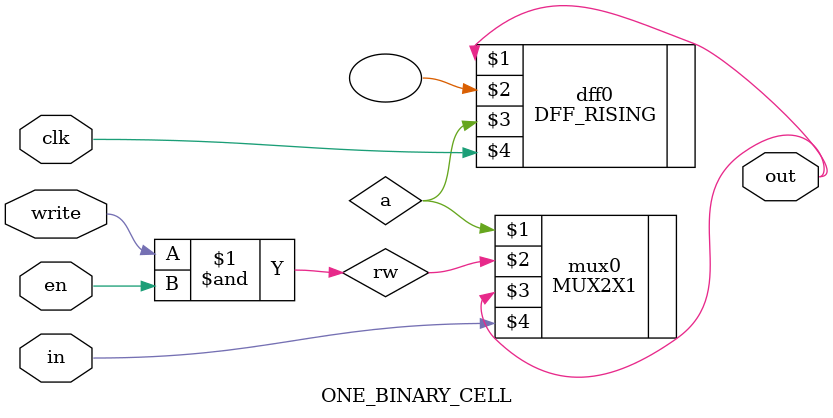
<source format=v>
module ONE_BINARY_CELL(out,in,write,clk,en);
   input en,clk,write,in;
   output out;
   and(rw,write,en);
   MUX2X1 mux0(a,rw,out,in);
   DFF_RISING dff0(out,,a,clk);
endmodule // ONE_BINARY_CELL


</source>
